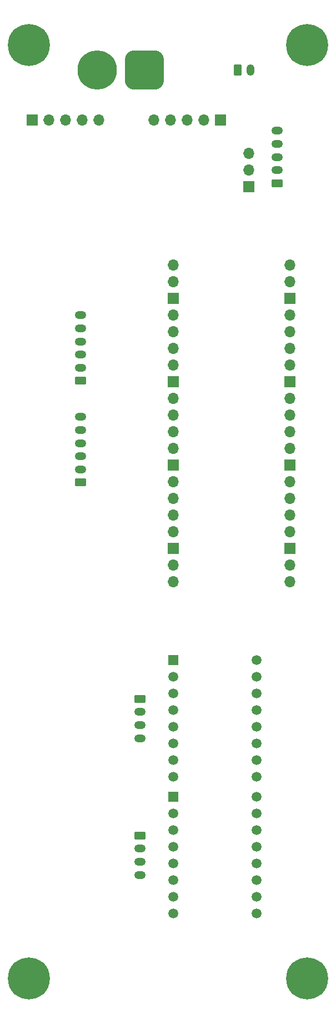
<source format=gbr>
%TF.GenerationSoftware,KiCad,Pcbnew,7.0.2*%
%TF.CreationDate,2023-06-22T18:12:30-04:00*%
%TF.ProjectId,ProtogenBackpackPCB,50726f74-6f67-4656-9e42-61636b706163,rev?*%
%TF.SameCoordinates,Original*%
%TF.FileFunction,Soldermask,Bot*%
%TF.FilePolarity,Negative*%
%FSLAX46Y46*%
G04 Gerber Fmt 4.6, Leading zero omitted, Abs format (unit mm)*
G04 Created by KiCad (PCBNEW 7.0.2) date 2023-06-22 18:12:30*
%MOMM*%
%LPD*%
G01*
G04 APERTURE LIST*
G04 Aperture macros list*
%AMRoundRect*
0 Rectangle with rounded corners*
0 $1 Rounding radius*
0 $2 $3 $4 $5 $6 $7 $8 $9 X,Y pos of 4 corners*
0 Add a 4 corners polygon primitive as box body*
4,1,4,$2,$3,$4,$5,$6,$7,$8,$9,$2,$3,0*
0 Add four circle primitives for the rounded corners*
1,1,$1+$1,$2,$3*
1,1,$1+$1,$4,$5*
1,1,$1+$1,$6,$7*
1,1,$1+$1,$8,$9*
0 Add four rect primitives between the rounded corners*
20,1,$1+$1,$2,$3,$4,$5,0*
20,1,$1+$1,$4,$5,$6,$7,0*
20,1,$1+$1,$6,$7,$8,$9,0*
20,1,$1+$1,$8,$9,$2,$3,0*%
G04 Aperture macros list end*
%ADD10O,1.700000X1.700000*%
%ADD11R,1.700000X1.700000*%
%ADD12C,0.800000*%
%ADD13C,6.400000*%
%ADD14RoundRect,0.250000X-0.350000X-0.625000X0.350000X-0.625000X0.350000X0.625000X-0.350000X0.625000X0*%
%ADD15O,1.200000X1.750000*%
%ADD16RoundRect,0.250000X0.625000X-0.350000X0.625000X0.350000X-0.625000X0.350000X-0.625000X-0.350000X0*%
%ADD17O,1.750000X1.200000*%
%ADD18RoundRect,1.500000X1.500000X1.500000X-1.500000X1.500000X-1.500000X-1.500000X1.500000X-1.500000X0*%
%ADD19C,6.000000*%
%ADD20R,1.508000X1.508000*%
%ADD21C,1.508000*%
%ADD22RoundRect,0.250000X-0.625000X0.350000X-0.625000X-0.350000X0.625000X-0.350000X0.625000X0.350000X0*%
G04 APERTURE END LIST*
D10*
%TO.C,J2*%
X128778000Y-40640000D03*
X126238000Y-40640000D03*
X123698000Y-40640000D03*
X121158000Y-40640000D03*
D11*
X118618000Y-40640000D03*
%TD*%
%TO.C,J1*%
X147320000Y-40640000D03*
D10*
X144780000Y-40640000D03*
X142240000Y-40640000D03*
X139700000Y-40640000D03*
X137160000Y-40640000D03*
%TD*%
D12*
%TO.C,H2*%
X160528000Y-31610000D03*
X162928000Y-29210000D03*
X158830944Y-27512944D03*
X158830944Y-30907056D03*
X162225056Y-27512944D03*
X162225056Y-30907056D03*
D13*
X160528000Y-29210000D03*
D12*
X158128000Y-29210000D03*
X160528000Y-26810000D03*
%TD*%
D14*
%TO.C,SW1*%
X149892000Y-33020000D03*
D15*
X151892000Y-33020000D03*
%TD*%
D16*
%TO.C,J5*%
X125984000Y-80358000D03*
D17*
X125984000Y-78358000D03*
X125984000Y-76358000D03*
X125984000Y-74358000D03*
X125984000Y-72358000D03*
X125984000Y-70358000D03*
%TD*%
D18*
%TO.C,BT1*%
X135680000Y-33020000D03*
D19*
X128480000Y-33020000D03*
%TD*%
D16*
%TO.C,J4*%
X125984000Y-95852000D03*
D17*
X125984000Y-93852000D03*
X125984000Y-91852000D03*
X125984000Y-89852000D03*
X125984000Y-87852000D03*
X125984000Y-85852000D03*
%TD*%
D20*
%TO.C,U3*%
X140079500Y-122936000D03*
D21*
X140079500Y-125476000D03*
X140079500Y-128016000D03*
X140079500Y-130556000D03*
X140079500Y-133096000D03*
X140079500Y-135636000D03*
X140079500Y-138176000D03*
X140079500Y-140716000D03*
X152779500Y-122936000D03*
X152779500Y-125476000D03*
X152779500Y-128016000D03*
X152779500Y-130556000D03*
X152779500Y-133096000D03*
X152779500Y-135636000D03*
X152779500Y-138176000D03*
X152779500Y-140716000D03*
%TD*%
D12*
%TO.C,H4*%
X160528000Y-173850000D03*
X158830944Y-173147056D03*
X162225056Y-169752944D03*
X158830944Y-169752944D03*
X162225056Y-173147056D03*
X158128000Y-171450000D03*
X162928000Y-171450000D03*
X160528000Y-169050000D03*
D13*
X160528000Y-171450000D03*
%TD*%
D11*
%TO.C,J3*%
X151613000Y-50785000D03*
D10*
X151613000Y-48245000D03*
X151613000Y-45705000D03*
%TD*%
D12*
%TO.C,H3*%
X116412944Y-173147056D03*
X118110000Y-169050000D03*
D13*
X118110000Y-171450000D03*
D12*
X119807056Y-173147056D03*
X119807056Y-169752944D03*
X120510000Y-171450000D03*
X116412944Y-169752944D03*
X118110000Y-173850000D03*
X115710000Y-171450000D03*
%TD*%
D22*
%TO.C,M1*%
X135043000Y-149654000D03*
D17*
X135043000Y-151654000D03*
X135043000Y-153654000D03*
X135043000Y-155654000D03*
%TD*%
D10*
%TO.C,U1*%
X157861000Y-62738000D03*
X157861000Y-65278000D03*
D11*
X157861000Y-67818000D03*
D10*
X157861000Y-70358000D03*
X157861000Y-72898000D03*
X157861000Y-75438000D03*
X157861000Y-77978000D03*
D11*
X157861000Y-80518000D03*
D10*
X157861000Y-83058000D03*
X157861000Y-85598000D03*
X157861000Y-88138000D03*
X157861000Y-90678000D03*
D11*
X157861000Y-93218000D03*
D10*
X157861000Y-95758000D03*
X157861000Y-98298000D03*
X157861000Y-100838000D03*
X157861000Y-103378000D03*
D11*
X157861000Y-105918000D03*
D10*
X157861000Y-108458000D03*
X157861000Y-110998000D03*
X140081000Y-110998000D03*
X140081000Y-108458000D03*
D11*
X140081000Y-105918000D03*
D10*
X140081000Y-103378000D03*
X140081000Y-100838000D03*
X140081000Y-98298000D03*
X140081000Y-95758000D03*
D11*
X140081000Y-93218000D03*
D10*
X140081000Y-90678000D03*
X140081000Y-88138000D03*
X140081000Y-85598000D03*
X140081000Y-83058000D03*
D11*
X140081000Y-80518000D03*
D10*
X140081000Y-77978000D03*
X140081000Y-75438000D03*
X140081000Y-72898000D03*
X140081000Y-70358000D03*
D11*
X140081000Y-67818000D03*
D10*
X140081000Y-65278000D03*
X140081000Y-62738000D03*
%TD*%
D22*
%TO.C,M2*%
X135043000Y-128826000D03*
D17*
X135043000Y-130826000D03*
X135043000Y-132826000D03*
X135043000Y-134826000D03*
%TD*%
D16*
%TO.C,J6*%
X155956000Y-50260000D03*
D17*
X155956000Y-48260000D03*
X155956000Y-46260000D03*
X155956000Y-44260000D03*
X155956000Y-42260000D03*
%TD*%
D12*
%TO.C,H1*%
X118110000Y-26810000D03*
X116412944Y-30907056D03*
X119807056Y-30907056D03*
D13*
X118110000Y-29210000D03*
D12*
X115710000Y-29210000D03*
X116412944Y-27512944D03*
X119807056Y-27512944D03*
X120510000Y-29210000D03*
X118110000Y-31610000D03*
%TD*%
D20*
%TO.C,U2*%
X140081000Y-143764000D03*
D21*
X140081000Y-146304000D03*
X140081000Y-148844000D03*
X140081000Y-151384000D03*
X140081000Y-153924000D03*
X140081000Y-156464000D03*
X140081000Y-159004000D03*
X140081000Y-161544000D03*
X152781000Y-143764000D03*
X152781000Y-146304000D03*
X152781000Y-148844000D03*
X152781000Y-151384000D03*
X152781000Y-153924000D03*
X152781000Y-156464000D03*
X152781000Y-159004000D03*
X152781000Y-161544000D03*
%TD*%
M02*

</source>
